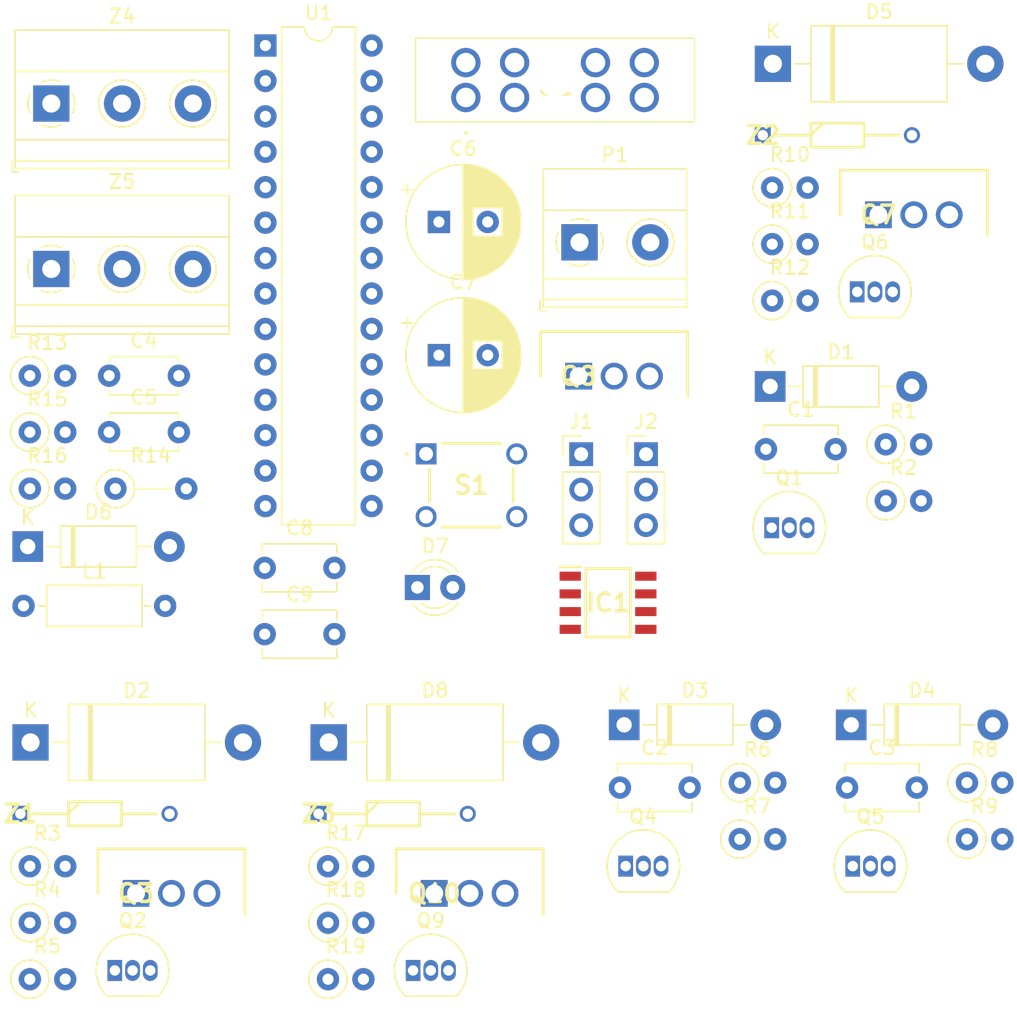
<source format=kicad_pcb>
(kicad_pcb (version 20221018) (generator pcbnew)
  (layers (0 "F.Cu" signal) (31 "B.Cu" signal) (34 "B.Paste" user) (35 "F.Paste" user) (36 "B.SilkS" user "B.Silkscreen") (37 "F.SilkS" user "F.Silkscreen") (38 "B.Mask" user) (39 "F.Mask" user) (44 "Edge.Cuts" user))
  (net 0 "")
  (net 1 "/Input/Input")
  (net 2 "GND")
  (net 3 "/Input1/Input")
  (net 4 "/Input2/Input")
  (net 5 "Net-(IC1-DELAY)")
  (net 6 "Net-(IC1-~{SHUTDOWN}{slash}SOFT-START)")
  (net 7 "+VDC")
  (net 8 "+5V")
  (net 9 "Net-(U1-XTAL1{slash}PB6)")
  (net 10 "Net-(U1-XTAL2{slash}PB7)")
  (net 11 "Net-(D1-A)")
  (net 12 "/Output/Output")
  (net 13 "Net-(D3-A)")
  (net 14 "Net-(D4-A)")
  (net 15 "/Output1/Output")
  (net 16 "Net-(D6-K)")
  (net 17 "Net-(D7-K)")
  (net 18 "LED")
  (net 19 "/Output2/Output")
  (net 20 "Net-(IC1-ERROR_FLAG)")
  (net 21 "RXttl")
  (net 22 "TXttl")
  (net 23 "Net-(P1-Pin_1)")
  (net 24 "Input1")
  (net 25 "Output1")
  (net 26 "Net-(Q2-D)")
  (net 27 "Net-(Q3-Pad1)")
  (net 28 "Input2")
  (net 29 "Input3")
  (net 30 "Output2")
  (net 31 "Net-(Q6-D)")
  (net 32 "Net-(Q7-Pad1)")
  (net 33 "Net-(Q8-Pad1)")
  (net 34 "Net-(Q8-Pad3)")
  (net 35 "Output3")
  (net 36 "Net-(Q9-D)")
  (net 37 "Net-(Q10-Pad1)")
  (net 38 "Reset")
  (footprint "Package_TO_SOT_THT:TO-92_Inline" (layer "F.Cu") (at 206.990539 130.511043)
    (fp_text reference "Q4" (at 1.27 -3.56) (layer "F.SilkS"))
    (fp_text value "2N7000")
    (pad "1" thru_hole rect (at 0 0) (size 1.05 1.5) (drill 0.75) (layers "*.Cu" "*.Mask") (net 2 "GND"))
    (pad "2" thru_hole oval (at 1.27 0) (size 1.05 1.5) (drill 0.75) (layers "*.Cu" "*.Mask") (net 13 "Net-(D3-A)"))
    (pad "3" thru_hole oval (at 2.54 0) (size 1.05 1.5) (drill 0.75) (layers "*.Cu" "*.Mask") (net 28 "Input2"))
  )
  (footprint "Resistor_THT:R_Axial_DIN0207_L6.3mm_D2.5mm_P2.54mm_Vertical" (layer "F.Cu") (at 217.500539 89.971043)
    (fp_text reference "R12" (at 1.27 -2.37) (layer "F.SilkS"))
    (fp_text value "10k")
    (pad "1" thru_hole circle (at 0 0) (size 1.6 1.6) (drill 0.8) (layers "*.Cu" "*.Mask") (net 32 "Net-(Q7-Pad1)"))
    (pad "2" thru_hole oval (at 2.54 0) (size 1.6 1.6) (drill 0.8) (layers "*.Cu" "*.Mask") (net 31 "Net-(Q6-D)"))
  )
  (footprint "TerminalBlock_Phoenix:TerminalBlock_Phoenix_MKDS-1,5-2-5.08_1x02_P5.08mm_Horizontal" (layer "F.Cu") (at 203.680539 85.791043)
    (fp_text reference "P1" (at 2.54 -6.26) (layer "F.SilkS"))
    (fp_text value "Screw_Terminal_01x02")
    (pad "1" thru_hole rect (at 0 0) (size 2.6 2.6) (drill 1.3) (layers "*.Cu" "*.Mask") (net 23 "Net-(P1-Pin_1)"))
    (pad "2" thru_hole circle (at 5.08 0) (size 2.6 2.6) (drill 1.3) (layers "*.Cu" "*.Mask") (net 2 "GND"))
  )
  (footprint "Capacitor_THT:C_Disc_D4.7mm_W2.5mm_P5.00mm" (layer "F.Cu") (at 169.940539 99.401043)
    (fp_text reference "C5" (at 2.5 -2.5) (layer "F.SilkS"))
    (fp_text value "0.1uF")
    (pad "1" thru_hole circle (at 0 0) (size 1.6 1.6) (drill 0.8) (layers "*.Cu" "*.Mask") (net 6 "Net-(IC1-~{SHUTDOWN}{slash}SOFT-START)"))
    (pad "2" thru_hole circle (at 5 0) (size 1.6 1.6) (drill 0.8) (layers "*.Cu" "*.Mask") (net 2 "GND"))
  )
  (footprint "Capacitor_THT:CP_Radial_D8.0mm_P3.50mm" (layer "F.Cu") (at 193.595237 93.881043)
    (fp_text reference "C7" (at 1.75 -5.25) (layer "F.SilkS"))
    (fp_text value "120uF")
    (pad "1" thru_hole rect (at 0 0) (size 1.6 1.6) (drill 0.8) (layers "*.Cu" "*.Mask") (net 8 "+5V"))
    (pad "2" thru_hole circle (at 3.5 0) (size 1.6 1.6) (drill 0.8) (layers "*.Cu" "*.Mask") (net 2 "GND"))
  )
  (footprint "Resistor_THT:R_Axial_DIN0207_L6.3mm_D2.5mm_P2.54mm_Vertical" (layer "F.Cu") (at 164.250539 99.401043)
    (fp_text reference "R15" (at 1.27 -2.37) (layer "F.SilkS"))
    (fp_text value "330")
    (pad "1" thru_hole circle (at 0 0) (size 1.6 1.6) (drill 0.8) (layers "*.Cu" "*.Mask") (net 17 "Net-(D7-K)"))
    (pad "2" thru_hole oval (at 2.54 0) (size 1.6 1.6) (drill 0.8) (layers "*.Cu" "*.Mask") (net 2 "GND"))
  )
  (footprint "Diode_THT:D_DO-201_P15.24mm_Horizontal" (layer "F.Cu") (at 164.300539 121.641043)
    (fp_text reference "D2" (at 7.62 -3.725) (layer "F.SilkS"))
    (fp_text value "STPS3150RL")
    (fp_text user "K" (at 0 -2.3) (layer "F.SilkS"))
    (pad "1" thru_hole rect (at 0 0) (size 2.6 2.6) (drill 1.3) (layers "*.Cu" "*.Mask") (net 12 "/Output/Output"))
    (pad "2" thru_hole oval (at 15.24 0) (size 2.6 2.6) (drill 1.3) (layers "*.Cu" "*.Mask") (net 2 "GND"))
  )
  (footprint "SamacSys_Parts:DIOAD1068W53L380D172" (layer "F.Cu") (at 163.575539 126.761043)
    (fp_text reference "Z1" (at 0 0) (layer "F.SilkS") (effects (font (size 1.27 1.27) (thickness 0.254))))
    (fp_text value "BZX79C10" hide)
    (pad "1" thru_hole rect (at 0 0) (size 1.15 1.15) (drill 0.75) (layers "*.Cu" "*.Mask") (net 7 "+VDC"))
    (pad "2" thru_hole circle (at 10.7 0) (size 1.15 1.15) (drill 0.75) (layers "*.Cu" "*.Mask") (net 27 "Net-(Q3-Pad1)"))
  )
  (footprint "Resistor_THT:R_Axial_DIN0207_L6.3mm_D2.5mm_P2.54mm_Vertical" (layer "F.Cu") (at 231.470539 124.531043)
    (fp_text reference "R8" (at 1.27 -2.37) (layer "F.SilkS"))
    (fp_text value "470")
    (pad "1" thru_hole circle (at 0 0) (size 1.6 1.6) (drill 0.8) (layers "*.Cu" "*.Mask") (net 4 "/Input2/Input"))
    (pad "2" thru_hole oval (at 2.54 0) (size 1.6 1.6) (drill 0.8) (layers "*.Cu" "*.Mask") (net 14 "Net-(D4-A)"))
  )
  (footprint "SamacSys_Parts:TS0266160BK260LCRD" (layer "F.Cu") (at 192.675539 100.956043)
    (fp_text reference "S1" (at 3.25 2.25) (layer "F.SilkS") (effects (font (size 1.27 1.27) (thickness 0.254))))
    (fp_text value "TS02-66-160-BK-260-LCR-D" hide)
    (pad "1" thru_hole rect (at 0 0) (size 1.5 1.5) (drill 1) (layers "*.Cu" "*.Mask") (net 38 "Reset"))
    (pad "2" thru_hole circle (at 6.5 0) (size 1.5 1.5) (drill 1) (layers "*.Cu" "*.Mask"))
    (pad "3" thru_hole circle (at 0 4.5) (size 1.5 1.5) (drill 1) (layers "*.Cu" "*.Mask") (net 2 "GND"))
    (pad "4" thru_hole circle (at 6.5 4.5) (size 1.5 1.5) (drill 1) (layers "*.Cu" "*.Mask"))
  )
  (footprint "SamacSys_Parts:TO254P469X1042X1967-3P" (layer "F.Cu") (at 193.260539 132.466043)
    (fp_text reference "Q10" (at 0 0) (layer "F.SilkS") (effects (font (size 1.27 1.27) (thickness 0.254))))
    (fp_text value "IRF9Z34NPBF" hide)
    (pad "1" thru_hole rect (at 0 0) (size 1.92 1.92) (drill 1.28) (layers "*.Cu" "*.Mask") (net 37 "Net-(Q10-Pad1)"))
    (pad "2" thru_hole circle (at 2.54 0) (size 1.92 1.92) (drill 1.28) (layers "*.Cu" "*.Mask") (net 19 "/Output2/Output"))
    (pad "3" thru_hole circle (at 5.08 0) (size 1.92 1.92) (drill 1.28) (layers "*.Cu" "*.Mask") (net 7 "+VDC"))
  )
  (footprint "Capacitor_THT:CP_Radial_D8.0mm_P3.50mm" (layer "F.Cu") (at 193.595237 84.331043)
    (fp_text reference "C6" (at 1.75 -5.25) (layer "F.SilkS"))
    (fp_text value "68uF")
    (pad "1" thru_hole rect (at 0 0) (size 1.6 1.6) (drill 0.8) (layers "*.Cu" "*.Mask") (net 7 "+VDC"))
    (pad "2" thru_hole circle (at 3.5 0) (size 1.6 1.6) (drill 0.8) (layers "*.Cu" "*.Mask") (net 2 "GND"))
  )
  (footprint "SamacSys_Parts:TO254P469X1042X1967-3P" (layer "F.Cu") (at 225.120539 83.816043)
    (fp_text reference "Q7" (at 0 0) (layer "F.SilkS") (effects (font (size 1.27 1.27) (thickness 0.254))))
    (fp_text value "IRF9Z34NPBF" hide)
    (pad "1" thru_hole rect (at 0 0) (size 1.92 1.92) (drill 1.28) (layers "*.Cu" "*.Mask") (net 32 "Net-(Q7-Pad1)"))
    (pad "2" thru_hole circle (at 2.54 0) (size 1.92 1.92) (drill 1.28) (layers "*.Cu" "*.Mask") (net 15 "/Output1/Output"))
    (pad "3" thru_hole circle (at 5.08 0) (size 1.92 1.92) (drill 1.28) (layers "*.Cu" "*.Mask") (net 7 "+VDC"))
  )
  (footprint "Resistor_THT:R_Axial_DIN0207_L6.3mm_D2.5mm_P2.54mm_Vertical" (layer "F.Cu") (at 164.250539 95.351043)
    (fp_text reference "R13" (at 1.27 -2.37) (layer "F.SilkS"))
    (fp_text value "10k")
    (pad "1" thru_hole circle (at 0 0) (size 1.6 1.6) (drill 0.8) (layers "*.Cu" "*.Mask") (net 33 "Net-(Q8-Pad1)"))
    (pad "2" thru_hole oval (at 2.54 0) (size 1.6 1.6) (drill 0.8) (layers "*.Cu" "*.Mask") (net 2 "GND"))
  )
  (footprint "Resistor_THT:R_Axial_DIN0207_L6.3mm_D2.5mm_P2.54mm_Vertical" (layer "F.Cu") (at 217.500539 85.921043)
    (fp_text reference "R11" (at 1.27 -2.37) (layer "F.SilkS"))
    (fp_text value "100k")
    (pad "1" thru_hole circle (at 0 0) (size 1.6 1.6) (drill 0.8) (layers "*.Cu" "*.Mask") (net 7 "+VDC"))
    (pad "2" thru_hole oval (at 2.54 0) (size 1.6 1.6) (drill 0.8) (layers "*.Cu" "*.Mask") (net 32 "Net-(Q7-Pad1)"))
  )
  (footprint "SamacSys_Parts:TO254P469X1042X1967-3P" (layer "F.Cu") (at 171.870539 132.466043)
    (fp_text reference "Q3" (at 0 0) (layer "F.SilkS") (effects (font (size 1.27 1.27) (thickness 0.254))))
    (fp_text value "IRF9Z34NPBF" hide)
    (pad "1" thru_hole rect (at 0 0) (size 1.92 1.92) (drill 1.28) (layers "*.Cu" "*.Mask") (net 27 "Net-(Q3-Pad1)"))
    (pad "2" thru_hole circle (at 2.54 0) (size 1.92 1.92) (drill 1.28) (layers "*.Cu" "*.Mask") (net 12 "/Output/Output"))
    (pad "3" thru_hole circle (at 5.08 0) (size 1.92 1.92) (drill 1.28) (layers "*.Cu" "*.Mask") (net 7 "+VDC"))
  )
  (footprint "SamacSys_Parts:DIOAD1068W53L380D172" (layer "F.Cu") (at 184.965539 126.761043)
    (fp_text reference "Z3" (at 0 0) (layer "F.SilkS") (effects (font (size 1.27 1.27) (thickness 0.254))))
    (fp_text value "BZX79C10" hide)
    (pad "1" thru_hole rect (at 0 0) (size 1.15 1.15) (drill 0.75) (layers "*.Cu" "*.Mask") (net 7 "+VDC"))
    (pad "2" thru_hole circle (at 10.7 0) (size 1.15 1.15) (drill 0.75) (layers "*.Cu" "*.Mask") (net 37 "Net-(Q10-Pad1)"))
  )
  (footprint "Capacitor_THT:C_Disc_D5.1mm_W3.2mm_P5.00mm" (layer "F.Cu") (at 217.050539 100.621043)
    (fp_text reference "C1" (at 2.5 -2.85) (layer "F.SilkS"))
    (fp_text value "220nF")
    (pad "1" thru_hole circle (at 0 0) (size 1.6 1.6) (drill 0.8) (layers "*.Cu" "*.Mask") (net 1 "/Input/Input"))
    (pad "2" thru_hole circle (at 5 0) (size 1.6 1.6) (drill 0.8) (layers "*.Cu" "*.Mask") (net 2 "GND"))
  )
  (footprint "Package_DIP:DIP-28_W7.62mm" (layer "F.Cu") (at 181.150539 71.681043)
    (fp_text reference "U1" (at 3.81 -2.33) (layer "F.SilkS"))
    (fp_text value "ATmega328-P")
    (pad "1" thru_hole rect (at 0 0) (size 1.6 1.6) (drill 0.8) (layers "*.Cu" "*.Mask") (net 38 "Reset"))
    (pad "2" thru_hole oval (at 0 2.54) (size 1.6 1.6) (drill 0.8) (layers "*.Cu" "*.Mask") (net 21 "RXttl"))
    (pad "3" thru_hole oval (at 0 5.08) (size 1.6 1.6) (drill 0.8) (layers "*.Cu" "*.Mask") (net 22 "TXttl"))
    (pad "4" thru_hole oval (at 0 7.62) (size 1.6 1.6) (drill 0.8) (layers "*.Cu" "*.Mask") (net 29 "Input3"))
    (pad "5" thru_hole oval (at 0 10.16) (size 1.6 1.6) (drill 0.8) (layers "*.Cu" "*.Mask") (net 24 "Input1"))
    (pad "6" thru_hole oval (at 0 12.7) (size 1.6 1.6) (drill 0.8) (layers "*.Cu" "*.Mask") (net 28 "Input2"))
    (pad "7" thru_hole oval (at 0 15.24) (size 1.6 1.6) (drill 0.8) (layers "*.Cu" "*.Mask") (net 8 "+5V"))
    (pad "8" thru_hole oval (at 0 17.78) (size 1.6 1.6) (drill 0.8) (layers "*.Cu" "*.Mask") (net 2 "GND"))
    (pad "9" thru_hole oval (at 0 20.32) (size 1.6 1.6) (drill 0.8) (layers "*.Cu" "*.Mask") (net 9 "Net-(U1-XTAL1{slash}PB6)"))
    (pad "10" thru_hole oval (at 0 22.86) (size 1.6 1.6) (drill 0.8) (layers "*.Cu" "*.Mask") (net 10 "Net-(U1-XTAL2{slash}PB7)"))
    (pad "11" thru_hole oval (at 0 25.4) (size 1.6 1.6) (drill 0.8) (layers "*.Cu" "*.Mask") (net 25 "Output1"))
    (pad "12" thru_hole oval (at 0 27.94) (size 1.6 1.6) (drill 0.8) (layers "*.Cu" "*.Mask") (net 30 "Output2"))
    (pad "13" thru_hole oval (at 0 30.48) (size 1.6 1.6) (drill 0.8) (layers "*.Cu" "*.Mask"))
    (pad "14" thru_hole oval (at 0 33.02) (size 1.6 1.6) (drill 0.8) (layers "*.Cu" "*.Mask"))
    (pad "15" thru_hole oval (at 7.62 33.02) (size 1.6 1.6) (drill 0.8) (layers "*.Cu" "*.Mask"))
    (pad "16" thru_hole oval (at 7.62 30.48) (size 1.6 1.6) (drill 0.8) (layers "*.Cu" "*.Mask"))
    (pad "17" thru_hole oval (at 7.62 27.94) (size 1.6 1.6) (drill 0.8) (layers "*.Cu" "*.Mask") (net 35 "Output3"))
    (pad "18" thru_hole oval (at 7.62 25.4) (size 1.6 1.6) (drill 0.8) (layers "*.Cu" "*.Mask"))
    (pad "19" thru_hole oval (at 7.62 22.86) (size 1.6 1.6) (drill 0.8) (layers "*.Cu" "*.Mask") (net 18 "LED"))
    (pad "20" thru_hole oval (at 7.62 20.32) (size 1.6 1.6) (drill 0.8) (layers "*.Cu" "*.Mask") (net 8 "+5V"))
    (pad "21" thru_hole oval (at 7.62 17.78) (size 1.6 1.6) (drill 0.8) (layers "*.Cu" "*.Mask") (net 8 "+5V"))
    (pad "22" thru_hole oval (at 7.62 15.24) (size 1.6 1.6) (drill 0.8) (layers "*.Cu" "*.Mask") (net 2 "GND"))
    (pad "23" thru_hole oval (at 7.62 12.7) (size 1.6 1.6) (drill 0.8) (layers "*.Cu" "*.Mask"))
    (pad "24" thru_hole oval (at 7.62 10.16) (size 1.6 1.6) (drill 0.8) (layers "*.Cu" "*.Mask"))
    (pad "25" thru_hole oval (at 7.62 7.62) (size 1.6 1.6) (drill 0.8) (layers "*.Cu" "*.Mask"))
    (pad "26" thru_hole oval (at 7.62 5.08) (size 1.6 1.6) (drill 0.8) (layers "*.Cu" "*.Mask"))
    (pad "27" thru_hole oval (at 7.62 2.54) (size 1.6 1.6) (drill 0.8) (layers "*.Cu" "*.Mask"))
    (pad "28" thru_hole oval (at 7.62 0) (size 1.6 1.6) (drill 0.8) (layers "*.Cu" "*.Mask"))
  )
  (footprint "LED_THT:LED_D3.0mm" (layer "F.Cu") (at 192.050539 110.531043)
    (fp_text reference "D7" (at 1.27 -2.96) (layer "F.SilkS"))
    (fp_text value "LED")
    (pad "1" thru_hole rect (at 0 0) (size 1.8 1.8) (drill 0.9) (layers "*.Cu" "*.Mask") (net 17 "Net-(D7-K)"))
    (pad "2" thru_hole circle (at 2.54 0) (size 1.8 1.8) (drill 0.9) (layers "*.Cu" "*.Mask") (net 18 "LED"))
  )
  (footprint "Connector_PinHeader_2.54mm:PinHeader_1x03_P2.54mm_Vertical" (layer "F.Cu") (at 203.800539 100.981043)
    (fp_text reference "J1" (at 0 -2.33) (layer "F.SilkS"))
    (fp_text value "Conn_01x03")
    (pad "1" thru_hole rect (at 0 0) (size 1.7 1.7) (drill 1) (layers "*.Cu" "*.Mask") (net 7 "+VDC"))
    (pad "2" thru_hole oval (at 0 2.54) (size 1.7 1.7) (drill 1) (layers "*.Cu" "*.Mask") (net 8 "+5V"))
    (pad "3" thru_hole oval (at 0 5.08) (size 1.7 1.7) (drill 1) (layers "*.Cu" "*.Mask") (net 2 "GND"))
  )
  (footprint "Package_TO_SOT_THT:TO-92_Inline" (layer "F.Cu") (at 223.600539 89.341043)
    (fp_text reference "Q6" (at 1.27 -3.56) (layer "F.SilkS"))
    (fp_text value "2N7000")
    (pad "1" thru_hole rect (at 0 0) (size 1.05 1.5) (drill 0.75) (layers "*.Cu" "*.Mask") (net 2 "GND"))
    (pad "2" thru_hole oval (at 1.27 0) (size 1.05 1.5) (drill 0.75) (layers "*.Cu" "*.Mask") (net 30 "Output2"))
    (pad "3" thru_hole oval (at 2.54 0) (size 1.05 1.5) (drill 0.75) (layers "*.Cu" "*.Mask") (net 31 "Net-(Q6-D)"))
  )
  (footprint "Package_TO_SOT_THT:TO-92_Inline" (layer "F.Cu") (at 170.350539 137.991043)
    (fp_text reference "Q2" (at 1.27 -3.56) (layer "F.SilkS"))
    (fp_text value "2N7000")
    (pad "1" thru_hole rect (at 0 0) (size 1.05 1.5) (drill 0.75) (layers "*.Cu" "*.Mask") (net 2 "GND"))
    (pad "2" thru_hole oval (at 1.27 0) (size 1.05 1.5) (drill 0.75) (layers "*.Cu" "*.Mask") (net 25 "Output1"))
    (pad "3" thru_hole oval (at 2.54 0) (size 1.05 1.5) (drill 0.75) (layers "*.Cu" "*.Mask") (net 26 "Net-(Q2-D)"))
  )
  (footprint "SamacSys_Parts:TO254P469X1042X1967-3P" (layer "F.Cu") (at 203.620539 95.386043)
    (fp_text reference "Q8" (at 0 0) (layer "F.SilkS") (effects (font (size 1.27 1.27) (thickness 0.254))))
    (fp_text value "IRF9Z34NPBF" hide)
    (pad "1" thru_hole rect (at 0 0) (size 1.92 1.92) (drill 1.28) (layers "*.Cu" "*.Mask") (net 33 "Net-(Q8-Pad1)"))
    (pad "2" thru_hole circle (at 2.54 0) (size 1.92 1.92) (drill 1.28) (layers "*.Cu" "*.Mask") (net 23 "Net-(P1-Pin_1)"))
    (pad "3" thru_hole circle (at 5.08 0) (size 1.92 1.92) (drill 1.28) (layers "*.Cu" "*.Mask") (net 34 "Net-(Q8-Pad3)"))
  )
  (footprint "SamacSys_Parts:DIOAD1068W53L380D172" (layer "F.Cu") (at 216.825539 78.111043)
    (fp_text reference "Z2" (at 0 0) (layer "F.SilkS") (effects (font (size 1.27 1.27) (thickness 0.254))))
    (fp_text value "BZX79C10" hide)
    (pad "1" thru_hole rect (at 0 0) (size 1.15 1.15) (drill 0.75) (layers "*.Cu" "*.Mask") (net 7 "+VDC"))
    (pad "2" thru_hole circle (at 10.7 0) (size 1.15 1.15) (drill 0.75) (layers "*.Cu" "*.Mask") (net 32 "Net-(Q7-Pad1)"))
  )
  (footprint "Capacitor_THT:C_Disc_D5.1mm_W3.2mm_P5.00mm" (layer "F.Cu") (at 222.870539 124.881043)
    (fp_text reference "C3" (at 2.5 -2.85) (layer "F.SilkS"))
    (fp_text value "220nF")
    (pad "1" thru_hole circle (at 0 0) (size 1.6 1.6) (drill 0.8) (layers "*.Cu" "*.Mask") (net 4 "/Input2/Input"))
    (pad "2" thru_hole circle (at 5 0) (size 1.6 1.6) (drill 0.8) (layers "*.Cu" "*.Mask") (net 2 "GND"))
  )
  (footprint "SamacSys_Parts:SOIC127P600X175-8N" (layer "F.Cu") (at 205.725539 111.631043)
    (fp_text reference "IC1" (at 0 0) (layer "F.SilkS") (effects (font (size 1.27 1.27) (thickness 0.254))))
    (fp_text value "LM2597MX-5.0_NOPB" hide)
    (pad "1" smd rect (at -2.711 -1.905 90) (size 0.65 1.528) (layers "F.Cu" "F.Paste" "F.Mask") (net 20 "Net-(IC1-ERROR_FLAG)"))
    (pad "2" smd rect (at -2.711 -0.635 90) (size 0.65 1.528) (layers "F.Cu" "F.Paste" "F.Mask") (net 5 "Net-(IC1-DELAY)"))
    (pad "3" smd rect (at -2.711 0.635 90) (size 0.65 1.528) (layers "F.Cu" "F.Paste" "F.Mask") (net 8 "+5V"))
    (pad "4" smd rect (at -2.711 1.905 90) (size 0.65 1.528) (layers "F.Cu" "F.Paste" "F.Mask") (net 8 "+5V"))
    (pad "5" smd rect (at 2.711 1.905 90) (size 0.65 1.528) (layers "F.Cu" "F.Paste" "F.Mask") (net 6 "Net-(IC1-~{SHUTDOWN}{slash}SOFT-START)"))
    (pad "6" smd rect (at 2.711 0.635 90) (size 0.65 1.528) (layers "F.Cu" "F.Paste" "F.Mask") (net 2 "GND"))
    (pad "7" smd rect (at 2.711 -0.635 90) (size 0.65 1.528) (layers "F.Cu" "F.Paste" "F.Mask") (net 7 "+VDC"))
    (pad "8" smd rect (at 2.711 -1.905 90) (size 0.65 1.528) (layers "F.Cu" "F.Paste" "F.Mask") (net 16 "Net-(D6-K)"))
  )
  (footprint "Resistor_THT:R_Axial_DIN0207_L6.3mm_D2.5mm_P2.54mm_Vertical" (layer "F.Cu") (at 231.470539 128.581043)
    (fp_text reference "R9" (at 1.27 -2.37) (layer "F.SilkS"))
    (fp_text value "5k")
    (pad "1" thru_hole circle (at 0 0) (size 1.6 1.6) (drill 0.8) (layers "*.Cu" "*.Mask") (net 14 "Net-(D4-A)"))
    (pad "2" thru_hole oval (at 2.54 0) (size 1.6 1.6) (drill 0.8) (layers "*.Cu" "*.Mask") (net 2 "GND"))
  )
  (footprint "SamacSys_Parts:17861650001" (layer "F.Cu") (at 195.525539 75.406043)
    (fp_text reference "U2" (at 6.4 -0.825) (layer "F.SilkS") (effects (font (size 1.27 1.27) (thickness 0.254))))
    (fp_text value "178.6165.0001" hide)
    (pad "" np_thru_hole circle (at 6.4 -1.25) (size 2.4 2.4) (drill 2.4) (layers "*.Cu" "*.Mask"))
    (pad "1" thru_hole circle (at 0 0) (size 2.1 2.1) (drill 1.4) (layers "*.Cu" "*.Mask") (net 7 "+VDC"))
    (pad "2" thru_hole circle (at 3.5 0) (size 2.1 2.1) (drill 1.4) (layers "*.Cu" "*.Mask") (net 7 "+VDC"))
    (pad "3" thru_hole circle (at 9.3 0) (size 2.1 2.1) (drill 1.4) (layers "*.Cu" "*.Mask") (net 34 "Net-(Q8-Pad3)"))
    (pad "4" thru_hole circle (at 12.8 0) (size 2.1 2.1) (drill 1.4) (layers "*.Cu" "*.Mask") (net 34 "Net-(Q8-Pad3)"))
    (pad "5" thru_hole circle (at 12.8 -2.5) (size 2.1 2.1) (drill 1.4) (layers "*.Cu" "*.Mask") (net 34 "Net-(Q8-Pad3)"))
    (pad "6" thru_hole circle (at 9.3 -2.5) (size 2.1 2.1) (drill 1.4) (layers "*.Cu" "*.Mask") (net 34 "Net-(Q8-Pad3)"))
    (pad "7" thru_hole circle (at 3.5 -2.5) (size 2.1 2.1) (drill 1.4) (layers "*.Cu" "*.Mask") (net 7 "+VDC"))
    (pad "8" thru_hole circle (at 0 -2.5) (size 2.1 2.1) (drill 1.4) (layers "*.Cu" "*.Mask") (net 7 "+VDC"))
  )
  (footprint "Package_TO_SOT_THT:TO-92_Inline" (layer "F.Cu") (at 223.280539 130.511043)
    (fp_text reference "Q5" (at 1.27 -3.56) (layer "F.SilkS"))
    (fp_text value "2N7000")
    (pad "1" thru_hole rect (at 0 0) (size 1.05 1.5) (drill 0.75) (layers "*.Cu" "*.Mask") (net 2 "GND"))
    (pad "2" thru_hole oval (at 1.27 0) (size 1.05 1.5) (drill 0.75) (layers "*.Cu" "*.Mask") (net 14 "Net-(D4-A)"))
    (pad "3" thru_hole oval (at 2.54 0) (size 1.05 1.5) (drill 0.75) (layers "*.Cu" "*.Mask") (net 29 "Input3"))
  )
  (footprint "Diode_THT:D_DO-201_P15.24mm_Horizontal" (layer "F.Cu") (at 217.550539 72.991043)
    (fp_text reference "D5" (at 7.62 -3.725) (layer "F.SilkS"))
    (fp_text value "STPS3150RL")
    (fp_text user "K" (at 0 -2.3) (layer "F.SilkS"))
    (pad "1" thru_hole rect (at 0 0) (size 2.6 2.6) (drill 1.3) (layers "*.Cu" "*.Mask") (net 15 "/Output1/Output"))
    (pad "2" thru_hole oval (at 15.24 0) (size 2.6 2.6) (drill 1.3) (layers "*.Cu" "*.Mask") (net 2 "GND"))
  )
  (footprint "Resistor_THT:R_Axial_DIN0207_L6.3mm_D2.5mm_P2.54mm_Vertical" (layer "F.Cu") (at 164.250539 138.621043)
    (fp_text reference "R5" (at 1.27 -2.37) (layer "F.SilkS"))
    (fp_text value "10k")
    (pad "1" thru_hole circle (at 0 0) (size 1.6 1.6) (drill 0.8) (layers "*.Cu" "*.Mask") (net 27 "Net-(Q3-Pad1)"))
    (pad "2" thru_hole oval (at 2.54 0) (size 1.6 1.6) (drill 0.8) (layers "*.Cu" "*.Mask") (net 26 "Net-(Q2-D)"))
  )
  (footprint "Resistor_THT:R_Axial_DIN0207_L6.3mm_D2.5mm_P2.54mm_Vertical" (layer "F.Cu") (at 225.650539 100.271043)
    (fp_text reference "R1" (at 1.27 -2.37) (layer "F.SilkS"))
    (fp_text value "470")
    (pad "1" thru_hole circle (at 0 0) (size 1.6 1.6) (drill 0.8) (layers "*.Cu" "*.Mask") (net 1 "/Input/Input"))
    (pad "2" thru_hole oval (at 2.54 0) (size 1.6 1.6) (drill 0.8) (layers "*.Cu" "*.Mask") (net 11 "Net-(D1-A)"))
  )
  (footprint "Package_TO_SOT_THT:TO-92_Inline" (layer "F.Cu") (at 191.740539 137.991043)
    (fp_text reference "Q9" (at 1.27 -3.56) (layer "F.SilkS"))
    (fp_text value "2N7000")
    (pad "1" thru_hole rect (at 0 0) (size 1.05 1.5) (drill 0.75) (layers "*.Cu" "*.Mask") (net 2 "GND"))
    (pad "2" thru_hole oval (at 1.27 0) (size 1.05 1.5) (drill 0.75) (layers "*.Cu" "*.Mask") (net 35 "Output3"))
    (pad "3" thru_hole oval (at 2.54 0) (size 1.05 1.5) (drill 0.75) (layers "*.Cu" "*.Mask") (net 36 "Net-(Q9-D)"))
  )
  (footprint "Capacitor_THT:C_Disc_D4.7mm_W2.5mm_P5.00mm" (layer "F.Cu") (at 169.940539 95.351043)
    (fp_text reference "C4" (at 2.5 -2.5) (layer "F.SilkS"))
    (fp_text value "0.1uF")
    (pad "1" thru_hole circle (at 0 0) (size 1.6 1.6) (drill 0.8) (layers "*.Cu" "*.Mask") (net 5 "Net-(IC1-DELAY)"))
    (pad "2" thru_hole circle (at 5 0) (size 1.6 1.6) (drill 0.8) (layers "*.Cu" "*.Mask") (net 2 "GND"))
  )
  (footprint "Resistor_THT:R_Axial_DIN0207_L6.3mm_D2.5mm_P2.54mm_Vertical" (layer "F.Cu") (at 164.250539 134.571043)
    (fp_text reference "R4" (at 1.27 -2.37) (layer "F.SilkS"))
    (fp_text value "100k")
    (pad "1" thru_hole circle (at 0 0) (size 1.6 1.6) (drill 0.8) (layers "*.Cu" "*.Mask") (net 7 "+VDC"))
    (pad "2" thru_hole oval (at 2.54 0) (size 1.6 1.6) (drill 0.8) (layers "*.Cu" "*.Mask") (net 27 "Net-(Q3-Pad1)"))
  )
  (footprint "TerminalBlock_Phoenix:TerminalBlock_Phoenix_MKDS-1,5-3-5.08_1x03_P5.08mm_Horizontal" (layer "F.Cu") (at 165.790539 75.841043)
    (fp_text reference "Z4" (at 5.08 -6.26) (layer "F.SilkS"))
    (fp_text value "Screw_Terminal_01x03")
    (pad "1" thru_hole rect (at 0 0) (size 2.6 2.6) (drill 1.3) (layers "*.Cu" "*.Mask") (net 1 "/Input/Input"))
    (pad "2" thru_hole circle (at 5.08 0) (size 2.6 2.6) (drill 1.3) (layers "*.Cu" "*.Mask") (net 3 "/Input1/Input"))
    (pad "3" thru_hole circle (at 10.16 0) (size 2.6 2.6) (drill 1.3) (layers "*.Cu" "*.Mask") (net 4 "/Input2/Input"))
  )
  (footprint "Resistor_THT:R_Axial_DIN0207_L6.3mm_D2.5mm_P2.54mm_Vertical" (layer "F.Cu") (at 215.180539 128.581043)
    (fp_text reference "R7" (at 1.27 -2.37) (layer "F.SilkS"))
    (fp_text value "5k")
    (pad "1" thru_hole circle (at 0 0) (size 1.6 1.6) (drill 0.8) (layers "*.Cu" "*.Mask") (net 13 "Net-(D3-A)"))
    (pad "2" thru_hole oval (at 2.54 0) (size 1.6 1.6) (drill 0.8) (layers "*.Cu" "*.Mask") (net 2 "GND"))
  )
  (footprint "Diode_THT:D_DO-41_SOD81_P10.16mm_Horizontal" (layer "F.Cu") (at 217.350539 96.121043)
    (fp_text reference "D1" (at 5.08 -2.47) (layer "F.SilkS"))
    (fp_text value "1N4007")
    (fp_text user "K" (at 0 -2.1) (layer "F.SilkS"))
    (pad "1" thru_hole rect (at 0 0) (size 2.2 2.2) (drill 1.1) (layers "*.Cu" "*.Mask") (net 1 "/Input/Input"))
    (pad "2" thru_hole oval (at 10.16 0) (size 2.2 2.2) (drill 1.1) (layers "*.Cu" "*.Mask") (net 11 "Net-(D1-A)"))
  )
  (footprint "Resistor_THT:R_Axial_DIN0207_L6.3mm_D2.5mm_P2.54mm_Vertical" (layer "F.Cu") (at 185.640539 134.571043)
    (fp_text reference "R18" (at 1.27 -2.37) (layer "F.SilkS"))
    (fp_text value "100k")
    (pad "1" thru_hole circle (at 0 0) (size 1.6 1.6) (drill 0.8) (layers "*.Cu" "*.Mask") (net 7 "+VDC"))
    (pad "2" thru_hole oval (at 2.54 0) (size 1.6 1.6) (drill 0.8) (layers "*.Cu" "*.Mask") (net 37 "Net-(Q10-Pad1)"))
  )
  (footprint "Resistor_THT:R_Axial_DIN0207_L6.3mm_D2.5mm_P2.54mm_Vertical" (layer "F.Cu") (at 185.640539 138.621043)
    (fp_text reference "R19" (at 1.27 -2.37) (layer "F.SilkS"))
    (fp_text value "10k")
    (pad "1" thru_hole circle (at 0 0) (size 1.6 1.6) (drill 0.8) (layers "*.Cu" "*.Mask") (net 37 "Net-(Q10-Pad1)"))
    (pad "2" thru_hole oval (at 2.54 0) (size 1.6 1.6) (drill 0.8) (layers "*.Cu" "*.Mask") (net 36 "Net-(Q9-D)"))
  )
  (footprint "Capacitor_THT:C_Disc_D5.1mm_W3.2mm_P5.00mm" (layer "F.Cu") (at 181.100539 113.881043)
    (fp_text reference "C9" (at 2.5 -2.85) (layer "F.SilkS"))
    (fp_text value "220nF")
    (pad "1" thru_hole circle (at 0 0) (size 1.6 1.6) (drill 0.8) (layers "*.Cu" "*.Mask") (net 10 "Net-(U1-XTAL2{slash}PB7)"))
    (pad "2" thru_hole circle (at 5 0) (size 1.6 1.6) (drill 0.8) (layers "*.Cu" "*.Mask") (net 2 "GND"))
  )
  (footprint "Resistor_THT:R_Axial_DIN0207_L6.3mm_D2.5mm_P2.54mm_Vertical" (layer "F.Cu") (at 185.640539 130.521043)
    (fp_text reference "R17" (at 1.27 -2.37) (layer "F.SilkS"))
    (fp_text value "1M")
    (pad "1" thru_hole circle (at 0 0) (size 1.6 1.6) (drill 0.8) (layers "*.Cu" "*.Mask") (net 35 "Output3"))
    (pad "2" thru_hole oval (at 2.54 0) (size 1.6 1.6) (drill 0.8) (layers "*.Cu" "*.Mask") (net 2 "GND"))
  )
  (footprint "Diode_THT:D_DO-41_SOD81_P10.16mm_Horizontal" (layer "F.Cu") (at 223.170539 120.381043)
    (fp_text reference "D4" (at 5.08 -2.47) (layer "F.SilkS"))
    (fp_text value "1N4007")
    (fp_text user "K" (at 0 -2.1) (layer "F.SilkS"))
    (pad "1" thru_hole rect (at 0 0) (size 2.2 2.2) (drill 1.1) (layers "*.Cu" "*.Mask") (net 4 "/Input2/Input"))
    (pad "2" thru_hole oval (at 10.16 0) (size 2.2 2.2) (drill 1.1) (layers "*.Cu" "*.Mask") (net 14 "Net-(D4-A)"))
  )
  (footprint "Connector_PinHeader_2.54mm:PinHeader_1x03_P2.54mm_Vertical" (layer "F.Cu") (at 208.450539 100.981043)
    (fp_text reference "J2" (at 0 -2.33) (layer "F.SilkS"))
    (fp_text value "Conn_01x03")
    (pad "1" thru_hole rect (at 0 0) (size 1.7 1.7) (drill 1) (layers "*.Cu" "*.Mask") (net 21 "RXttl"))
    (pad "2" thru_hole oval (at 0 2.54) (size 1.7 1.7) (drill 1) (layers "*.Cu" "*.Mask") (net 22 "TXttl"))
    (pad "3" thru_hole oval (at 0 5.08) (size 1.7 1.7) (drill 1) (layers "*.Cu" "*.Mask") (net 2 "GND"))
  )
  (footprint "Capacitor_THT:C_Disc_D5.1mm_W3.2mm_P5.00mm" (layer "F.Cu") (at 206.580539 124.881043)
    (fp_text reference "C2" (at 2.5 -2.85) (layer "F.SilkS"))
    (fp_text value "220nF")
    (pad "1" thru_hole circle (at 0 0) (size 1.6 1.6) (drill 0.8) (layers "*.Cu" "*.Mask") (net 3 "/Input1/Input"))
    (pad "2" thru_hole circle (at 5 0) (size 1.6 1.6) (drill 0.8) (layers "*.Cu" "*.Mask") (net 2 "GND"))
  )
  (footprint "TerminalBlock_Phoenix:TerminalBlock_Phoenix_MKDS-1,5-3-5.08_1x03_P5.08mm_Horizontal" (layer "F.Cu") (at 165.790539 87.701043)
    (fp_text reference "Z5" (at 5.08 -6.26) (layer "F.SilkS"))
    (fp_text value "Screw_Terminal_01x03")
    (pad "1" thru_hole rect (at 0 0) (size 2.6 2.6) (drill 1.3) (layers "*.Cu" "*.Mask") (net 12 "/Output/Output"))
    (pad "2" thru_hole circle (at 5.08 0) (size 2.6 2.6) (drill 1.3) (layers "*.Cu" "*.Mask") (net 15 "/Output1/Output"))
    (pad "3" thru_hole circle (at 10.16 0) (size 2.6 2.6) (drill 1.3) (layers "*.Cu" "*.Mask") (net 19 "/Output2/Output"))
  )
  (footprint "Resistor_THT:R_Axial_DIN0207_L6.3mm_D2.5mm_P2.54mm_Vertical" (layer "F.Cu") (at 217.500539 81.871043)
    (fp_text reference "R10" (at 1.27 -2.37) (layer "F.SilkS"))
    (fp_text value "1M")
    (pad "1" thru_hole circle (at 0 0) (size 1.6 1.6) (drill 0.8) (layers "*.Cu" "*.Mask") (net 30 "Output2"))
    (pad "2" thru_hole oval (at 2.54 0) (size 1.6 1.6) (drill 0.8) (layers "*.Cu" "*.Mask") (net 2 "GND"))
  )
  (footprint "Diode_THT:D_DO-41_SOD81_P10.16mm_Horizontal" (layer "F.Cu") (at 206.880539 120.381043)
    (fp_text reference "D3" (at 5.08 -2.47) (layer "F.SilkS"))
    (fp_text value "1N4007")
    (fp_text user "K" (at 0 -2.1) (layer "F.SilkS"))
    (pad "1" thru_hole rect (at 0 0) (size 2.2 2.2) (drill 1.1) (layers "*.Cu" "*.Mask") (net 3 "/Input1/Input"))
    (pad "2" thru_hole oval (at 10.16 0) (size 2.2 2.2) (drill 1.1) (layers "*.Cu" "*.Mask") (net 13 "Net-(D3-A)"))
  )
  (footprint "Inductor_THT:L_Axial_L6.6mm_D2.7mm_P10.16mm_Horizontal_Vishay_IM-2" (layer "F.Cu") (at 163.800539 111.851043)
    (fp_text reference "L1" (at 5.08 -2.47) (layer "F.SilkS"))
    (fp_text value "150uH")
    (pad "1" thru_hole circle (at 0 0) (size 1.6 1.6) (drill 0.8) (layers "*.Cu" "*.Mask") (net 16 "Net-(D6-K)"))
    (pad "2" thru_hole oval (at 10.16 0) (size 1.6 1.6) (drill 0.8) (layers "*.Cu" "*.Mask") (net 8 "+5V"))
  )
  (footprint "Resistor_THT:R_Axial_DIN0207_L6.3mm_D2.5mm_P5.08mm_Vertical" (layer "F.Cu") (at 170.390539 103.451043)
    (fp_text reference "R14" (at 2.54 -2.37) (layer "F.SilkS"))
    (fp_text value "10k")
    (pad "1" thru_hole circle (at 0 0) (size 1.6 1.6) (drill 0.8) (layers "*.Cu" "*.Mask") (net 7 "+VDC"))
    (pad "2" thru_hole oval (at 5.08 0) (size 1.6 1.6) (drill 0.8) (layers "*.Cu" "*.Mask") (net 20 "Net-(IC1-ERROR_FLAG)"))
  )
  (footprint "Package_TO_SOT_THT:TO-92_Inline" (layer "F.Cu") (at 217.460539 106.251043)
    (fp_text reference "Q1" (at 1.27 -3.56) (layer "F.SilkS"))
    (fp_text value "2N7000")
    (pad "1" thru_hole rect (at 0 0) (size 1.05 1.5) (drill 0.75) (layers "*.Cu" "*.Mask") (net 2 "GND"))
    (pad "2" thru_hole oval (at 1.27 0) (size 1.05 1.5) (drill 0.75) (layers "*.Cu" "*.Mask") (net 11 "Net-(D1-A)"))
    (pad "3" thru_hole oval (at 2.54 0) (size 1.05 1.5) (drill 0.75) (layers "*.Cu" "*.Mask") (net 24 "Input1"))
  )
  (footprint "Resistor_THT:R_Axial_DIN0207_L6.3mm_D2.5mm_P2.54mm_Vertical" (layer "F.Cu") (at 164.250539 103.451043)
    (fp_text reference "R16" (at 1.27 -2.37) (layer "F.SilkS"))
    (fp_text value "330")
    (pad "1" thru_hole circle (at 0 0) (size 1.6 1.6) (drill 0.8) (layers "*.Cu" "*.Mask") (net 8 "+5V"))
    (pad "2" thru_hole oval (at 2.54 0) (size 1.6 1.6) (drill 0.8) (layers "*.Cu" "*.Mask") (net 38 "Reset"))
  )
  (footprint "Capacitor_THT:C_Disc_D5.1mm_W3.2mm_P5.00mm" (layer "F.Cu") (at 181.100539 109.131043)
    (fp_text reference "C8" (at 2.5 -2.85) (layer "F.SilkS"))
    (fp_text value "220nF")
    (pad "1" thru_hole circle (at 0 0) (size 1.6 1.6) (drill 0.8) (layers "*.Cu" "*.Mask") (net 9 "Net-(U1-XTAL1{slash}PB6)"))
    (pad "2" thru_hole circle (at 5 0) (size 1.6 1.6) (drill 0.8) (layers "*.Cu" "*.Mask") (net 2 "GND"))
  )
  (footprint "Diode_THT:D_DO-201_P15.24mm_Horizontal" (layer "F.Cu") (at 185.690539 121.641043)
    (fp_text reference "D8" (at 7.62 -3.725) (layer "F.SilkS"))
    (fp_text value "STPS3150RL")
    (fp_text user "K" (at 0 -2.3) (layer "F.SilkS"))
    (pad "1" thru_hole rect (at 0 0) (size 2.6 2.6) (drill 1.3) (layers "*.Cu" "*.Mask") (net 19 "/Output2/Output"))
    (pad "2" thru_hole oval (at 15.24 0) (size 2.6 2.6) (drill 1.3) (layers "*.Cu" "*.Mask") (net 2 "GND"))
  )
  (footprint "Diode_THT:D_DO-41_SOD81_P10.16mm_Horizontal" (layer "F.Cu") (at 164.100539 107.601043)
    (fp_text reference "D6" (at 5.08 -2.47) (layer "F.SilkS"))
    (fp_text value "1N5817")
    (fp_text user "K" (at 0 -2.1) (layer "F.SilkS"))
    (pad "1" thru_hole rect (at 0 0) (size 2.2 2.2) (drill 1.1) (layers "*.Cu" "*.Mask") (net 16 "Net-(D6-K)"))
    (pad "2" thru_hole oval (at 10.16 0) (size 2.2 2.2) (drill 1.1) (layers "*.Cu" "*.Mask") (net 2 "GND"))
  )
  (footprint "Resistor_THT:R_Axial_DIN0207_L6.3mm_D2.5mm_P2.54mm_Vertical" (layer "F.Cu") (at 225.650539 104.321043)
    (fp_text reference "R2" (at 1.27 -2.37) (layer "F.SilkS"))
    (fp_text value "5k")
    (pad "1" thru_hole circle (at 0 0) (size 1.6 1.6) (drill 0.8) (layers "*.Cu" "*.Mask") (net 11 "Net-(D1-A)"))
    (pad "2" thru_hole oval (at 2.54 0) (size 1.6 1.6) (drill 0.8) (layers "*.Cu" "*.Mask") (net 2 "GND"))
  )
  (footprint "Resistor_THT:R_Axial_DIN0207_L6.3mm_D2.5mm_P2.54mm_Vertical" (layer "F.Cu") (at 215.180539 124.531043)
    (fp_text reference "R6" (at 1.27 -2.37) (layer "F.SilkS"))
    (fp_text value "470")
    (pad "1" thru_hole circle (at 0 0) (size 1.6 1.6) (drill 0.8) (layers "*.Cu" "*.Mask") (net 3 "/Input1/Input"))
    (pad "2" thru_hole oval (at 2.54 0) (size 1.6 1.6) (drill 0.8) (layers "*.Cu" "*.Mask") (net 13 "Net-(D3-A)"))
  )
  (footprint "Resistor_THT:R_Axial_DIN0207_L6.3mm_D2.5mm_P2.54mm_Vertical" (layer "F.Cu") (at 164.250539 130.521043)
    (fp_text reference "R3" (at 1.27 -2.37) (layer "F.SilkS"))
    (fp_text value "1M")
    (pad "1" thru_hole circle (at 0 0) (size 1.6 1.6) (drill 0.8) (layers "*.Cu" "*.Mask") (net 25 "Output1"))
    (pad "2" thru_hole oval (at 2.54 0) (size 1.6 1.6) (drill 0.8) (layers "*.Cu" "*.Mask") (net 2 "GND"))
  )
)
</source>
